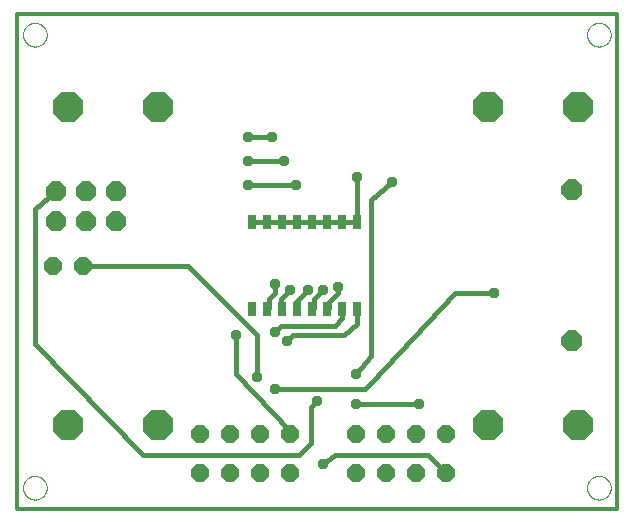
<source format=gbl>
G75*
%MOIN*%
%OFA0B0*%
%FSLAX25Y25*%
%IPPOS*%
%LPD*%
%AMOC8*
5,1,8,0,0,1.08239X$1,22.5*
%
%ADD10C,0.00000*%
%ADD11C,0.01200*%
%ADD12OC8,0.06000*%
%ADD13OC8,0.10050*%
%ADD14OC8,0.06600*%
%ADD15OC8,0.07000*%
%ADD16R,0.03000X0.05000*%
%ADD17C,0.01600*%
%ADD18OC8,0.03562*%
D10*
X0003863Y0008800D02*
X0003865Y0008925D01*
X0003871Y0009050D01*
X0003881Y0009174D01*
X0003895Y0009298D01*
X0003912Y0009422D01*
X0003934Y0009545D01*
X0003960Y0009667D01*
X0003989Y0009789D01*
X0004022Y0009909D01*
X0004060Y0010028D01*
X0004100Y0010147D01*
X0004145Y0010263D01*
X0004193Y0010378D01*
X0004245Y0010492D01*
X0004301Y0010604D01*
X0004360Y0010714D01*
X0004422Y0010822D01*
X0004488Y0010929D01*
X0004557Y0011033D01*
X0004630Y0011134D01*
X0004705Y0011234D01*
X0004784Y0011331D01*
X0004866Y0011425D01*
X0004951Y0011517D01*
X0005038Y0011606D01*
X0005129Y0011692D01*
X0005222Y0011775D01*
X0005318Y0011856D01*
X0005416Y0011933D01*
X0005516Y0012007D01*
X0005619Y0012078D01*
X0005724Y0012145D01*
X0005832Y0012210D01*
X0005941Y0012270D01*
X0006052Y0012328D01*
X0006165Y0012381D01*
X0006279Y0012431D01*
X0006395Y0012478D01*
X0006512Y0012520D01*
X0006631Y0012559D01*
X0006751Y0012595D01*
X0006872Y0012626D01*
X0006994Y0012654D01*
X0007116Y0012677D01*
X0007240Y0012697D01*
X0007364Y0012713D01*
X0007488Y0012725D01*
X0007613Y0012733D01*
X0007738Y0012737D01*
X0007862Y0012737D01*
X0007987Y0012733D01*
X0008112Y0012725D01*
X0008236Y0012713D01*
X0008360Y0012697D01*
X0008484Y0012677D01*
X0008606Y0012654D01*
X0008728Y0012626D01*
X0008849Y0012595D01*
X0008969Y0012559D01*
X0009088Y0012520D01*
X0009205Y0012478D01*
X0009321Y0012431D01*
X0009435Y0012381D01*
X0009548Y0012328D01*
X0009659Y0012270D01*
X0009769Y0012210D01*
X0009876Y0012145D01*
X0009981Y0012078D01*
X0010084Y0012007D01*
X0010184Y0011933D01*
X0010282Y0011856D01*
X0010378Y0011775D01*
X0010471Y0011692D01*
X0010562Y0011606D01*
X0010649Y0011517D01*
X0010734Y0011425D01*
X0010816Y0011331D01*
X0010895Y0011234D01*
X0010970Y0011134D01*
X0011043Y0011033D01*
X0011112Y0010929D01*
X0011178Y0010822D01*
X0011240Y0010714D01*
X0011299Y0010604D01*
X0011355Y0010492D01*
X0011407Y0010378D01*
X0011455Y0010263D01*
X0011500Y0010147D01*
X0011540Y0010028D01*
X0011578Y0009909D01*
X0011611Y0009789D01*
X0011640Y0009667D01*
X0011666Y0009545D01*
X0011688Y0009422D01*
X0011705Y0009298D01*
X0011719Y0009174D01*
X0011729Y0009050D01*
X0011735Y0008925D01*
X0011737Y0008800D01*
X0011735Y0008675D01*
X0011729Y0008550D01*
X0011719Y0008426D01*
X0011705Y0008302D01*
X0011688Y0008178D01*
X0011666Y0008055D01*
X0011640Y0007933D01*
X0011611Y0007811D01*
X0011578Y0007691D01*
X0011540Y0007572D01*
X0011500Y0007453D01*
X0011455Y0007337D01*
X0011407Y0007222D01*
X0011355Y0007108D01*
X0011299Y0006996D01*
X0011240Y0006886D01*
X0011178Y0006778D01*
X0011112Y0006671D01*
X0011043Y0006567D01*
X0010970Y0006466D01*
X0010895Y0006366D01*
X0010816Y0006269D01*
X0010734Y0006175D01*
X0010649Y0006083D01*
X0010562Y0005994D01*
X0010471Y0005908D01*
X0010378Y0005825D01*
X0010282Y0005744D01*
X0010184Y0005667D01*
X0010084Y0005593D01*
X0009981Y0005522D01*
X0009876Y0005455D01*
X0009768Y0005390D01*
X0009659Y0005330D01*
X0009548Y0005272D01*
X0009435Y0005219D01*
X0009321Y0005169D01*
X0009205Y0005122D01*
X0009088Y0005080D01*
X0008969Y0005041D01*
X0008849Y0005005D01*
X0008728Y0004974D01*
X0008606Y0004946D01*
X0008484Y0004923D01*
X0008360Y0004903D01*
X0008236Y0004887D01*
X0008112Y0004875D01*
X0007987Y0004867D01*
X0007862Y0004863D01*
X0007738Y0004863D01*
X0007613Y0004867D01*
X0007488Y0004875D01*
X0007364Y0004887D01*
X0007240Y0004903D01*
X0007116Y0004923D01*
X0006994Y0004946D01*
X0006872Y0004974D01*
X0006751Y0005005D01*
X0006631Y0005041D01*
X0006512Y0005080D01*
X0006395Y0005122D01*
X0006279Y0005169D01*
X0006165Y0005219D01*
X0006052Y0005272D01*
X0005941Y0005330D01*
X0005831Y0005390D01*
X0005724Y0005455D01*
X0005619Y0005522D01*
X0005516Y0005593D01*
X0005416Y0005667D01*
X0005318Y0005744D01*
X0005222Y0005825D01*
X0005129Y0005908D01*
X0005038Y0005994D01*
X0004951Y0006083D01*
X0004866Y0006175D01*
X0004784Y0006269D01*
X0004705Y0006366D01*
X0004630Y0006466D01*
X0004557Y0006567D01*
X0004488Y0006671D01*
X0004422Y0006778D01*
X0004360Y0006886D01*
X0004301Y0006996D01*
X0004245Y0007108D01*
X0004193Y0007222D01*
X0004145Y0007337D01*
X0004100Y0007453D01*
X0004060Y0007572D01*
X0004022Y0007691D01*
X0003989Y0007811D01*
X0003960Y0007933D01*
X0003934Y0008055D01*
X0003912Y0008178D01*
X0003895Y0008302D01*
X0003881Y0008426D01*
X0003871Y0008550D01*
X0003865Y0008675D01*
X0003863Y0008800D01*
X0003863Y0159800D02*
X0003865Y0159925D01*
X0003871Y0160050D01*
X0003881Y0160174D01*
X0003895Y0160298D01*
X0003912Y0160422D01*
X0003934Y0160545D01*
X0003960Y0160667D01*
X0003989Y0160789D01*
X0004022Y0160909D01*
X0004060Y0161028D01*
X0004100Y0161147D01*
X0004145Y0161263D01*
X0004193Y0161378D01*
X0004245Y0161492D01*
X0004301Y0161604D01*
X0004360Y0161714D01*
X0004422Y0161822D01*
X0004488Y0161929D01*
X0004557Y0162033D01*
X0004630Y0162134D01*
X0004705Y0162234D01*
X0004784Y0162331D01*
X0004866Y0162425D01*
X0004951Y0162517D01*
X0005038Y0162606D01*
X0005129Y0162692D01*
X0005222Y0162775D01*
X0005318Y0162856D01*
X0005416Y0162933D01*
X0005516Y0163007D01*
X0005619Y0163078D01*
X0005724Y0163145D01*
X0005832Y0163210D01*
X0005941Y0163270D01*
X0006052Y0163328D01*
X0006165Y0163381D01*
X0006279Y0163431D01*
X0006395Y0163478D01*
X0006512Y0163520D01*
X0006631Y0163559D01*
X0006751Y0163595D01*
X0006872Y0163626D01*
X0006994Y0163654D01*
X0007116Y0163677D01*
X0007240Y0163697D01*
X0007364Y0163713D01*
X0007488Y0163725D01*
X0007613Y0163733D01*
X0007738Y0163737D01*
X0007862Y0163737D01*
X0007987Y0163733D01*
X0008112Y0163725D01*
X0008236Y0163713D01*
X0008360Y0163697D01*
X0008484Y0163677D01*
X0008606Y0163654D01*
X0008728Y0163626D01*
X0008849Y0163595D01*
X0008969Y0163559D01*
X0009088Y0163520D01*
X0009205Y0163478D01*
X0009321Y0163431D01*
X0009435Y0163381D01*
X0009548Y0163328D01*
X0009659Y0163270D01*
X0009769Y0163210D01*
X0009876Y0163145D01*
X0009981Y0163078D01*
X0010084Y0163007D01*
X0010184Y0162933D01*
X0010282Y0162856D01*
X0010378Y0162775D01*
X0010471Y0162692D01*
X0010562Y0162606D01*
X0010649Y0162517D01*
X0010734Y0162425D01*
X0010816Y0162331D01*
X0010895Y0162234D01*
X0010970Y0162134D01*
X0011043Y0162033D01*
X0011112Y0161929D01*
X0011178Y0161822D01*
X0011240Y0161714D01*
X0011299Y0161604D01*
X0011355Y0161492D01*
X0011407Y0161378D01*
X0011455Y0161263D01*
X0011500Y0161147D01*
X0011540Y0161028D01*
X0011578Y0160909D01*
X0011611Y0160789D01*
X0011640Y0160667D01*
X0011666Y0160545D01*
X0011688Y0160422D01*
X0011705Y0160298D01*
X0011719Y0160174D01*
X0011729Y0160050D01*
X0011735Y0159925D01*
X0011737Y0159800D01*
X0011735Y0159675D01*
X0011729Y0159550D01*
X0011719Y0159426D01*
X0011705Y0159302D01*
X0011688Y0159178D01*
X0011666Y0159055D01*
X0011640Y0158933D01*
X0011611Y0158811D01*
X0011578Y0158691D01*
X0011540Y0158572D01*
X0011500Y0158453D01*
X0011455Y0158337D01*
X0011407Y0158222D01*
X0011355Y0158108D01*
X0011299Y0157996D01*
X0011240Y0157886D01*
X0011178Y0157778D01*
X0011112Y0157671D01*
X0011043Y0157567D01*
X0010970Y0157466D01*
X0010895Y0157366D01*
X0010816Y0157269D01*
X0010734Y0157175D01*
X0010649Y0157083D01*
X0010562Y0156994D01*
X0010471Y0156908D01*
X0010378Y0156825D01*
X0010282Y0156744D01*
X0010184Y0156667D01*
X0010084Y0156593D01*
X0009981Y0156522D01*
X0009876Y0156455D01*
X0009768Y0156390D01*
X0009659Y0156330D01*
X0009548Y0156272D01*
X0009435Y0156219D01*
X0009321Y0156169D01*
X0009205Y0156122D01*
X0009088Y0156080D01*
X0008969Y0156041D01*
X0008849Y0156005D01*
X0008728Y0155974D01*
X0008606Y0155946D01*
X0008484Y0155923D01*
X0008360Y0155903D01*
X0008236Y0155887D01*
X0008112Y0155875D01*
X0007987Y0155867D01*
X0007862Y0155863D01*
X0007738Y0155863D01*
X0007613Y0155867D01*
X0007488Y0155875D01*
X0007364Y0155887D01*
X0007240Y0155903D01*
X0007116Y0155923D01*
X0006994Y0155946D01*
X0006872Y0155974D01*
X0006751Y0156005D01*
X0006631Y0156041D01*
X0006512Y0156080D01*
X0006395Y0156122D01*
X0006279Y0156169D01*
X0006165Y0156219D01*
X0006052Y0156272D01*
X0005941Y0156330D01*
X0005831Y0156390D01*
X0005724Y0156455D01*
X0005619Y0156522D01*
X0005516Y0156593D01*
X0005416Y0156667D01*
X0005318Y0156744D01*
X0005222Y0156825D01*
X0005129Y0156908D01*
X0005038Y0156994D01*
X0004951Y0157083D01*
X0004866Y0157175D01*
X0004784Y0157269D01*
X0004705Y0157366D01*
X0004630Y0157466D01*
X0004557Y0157567D01*
X0004488Y0157671D01*
X0004422Y0157778D01*
X0004360Y0157886D01*
X0004301Y0157996D01*
X0004245Y0158108D01*
X0004193Y0158222D01*
X0004145Y0158337D01*
X0004100Y0158453D01*
X0004060Y0158572D01*
X0004022Y0158691D01*
X0003989Y0158811D01*
X0003960Y0158933D01*
X0003934Y0159055D01*
X0003912Y0159178D01*
X0003895Y0159302D01*
X0003881Y0159426D01*
X0003871Y0159550D01*
X0003865Y0159675D01*
X0003863Y0159800D01*
X0191863Y0159800D02*
X0191865Y0159925D01*
X0191871Y0160050D01*
X0191881Y0160174D01*
X0191895Y0160298D01*
X0191912Y0160422D01*
X0191934Y0160545D01*
X0191960Y0160667D01*
X0191989Y0160789D01*
X0192022Y0160909D01*
X0192060Y0161028D01*
X0192100Y0161147D01*
X0192145Y0161263D01*
X0192193Y0161378D01*
X0192245Y0161492D01*
X0192301Y0161604D01*
X0192360Y0161714D01*
X0192422Y0161822D01*
X0192488Y0161929D01*
X0192557Y0162033D01*
X0192630Y0162134D01*
X0192705Y0162234D01*
X0192784Y0162331D01*
X0192866Y0162425D01*
X0192951Y0162517D01*
X0193038Y0162606D01*
X0193129Y0162692D01*
X0193222Y0162775D01*
X0193318Y0162856D01*
X0193416Y0162933D01*
X0193516Y0163007D01*
X0193619Y0163078D01*
X0193724Y0163145D01*
X0193832Y0163210D01*
X0193941Y0163270D01*
X0194052Y0163328D01*
X0194165Y0163381D01*
X0194279Y0163431D01*
X0194395Y0163478D01*
X0194512Y0163520D01*
X0194631Y0163559D01*
X0194751Y0163595D01*
X0194872Y0163626D01*
X0194994Y0163654D01*
X0195116Y0163677D01*
X0195240Y0163697D01*
X0195364Y0163713D01*
X0195488Y0163725D01*
X0195613Y0163733D01*
X0195738Y0163737D01*
X0195862Y0163737D01*
X0195987Y0163733D01*
X0196112Y0163725D01*
X0196236Y0163713D01*
X0196360Y0163697D01*
X0196484Y0163677D01*
X0196606Y0163654D01*
X0196728Y0163626D01*
X0196849Y0163595D01*
X0196969Y0163559D01*
X0197088Y0163520D01*
X0197205Y0163478D01*
X0197321Y0163431D01*
X0197435Y0163381D01*
X0197548Y0163328D01*
X0197659Y0163270D01*
X0197769Y0163210D01*
X0197876Y0163145D01*
X0197981Y0163078D01*
X0198084Y0163007D01*
X0198184Y0162933D01*
X0198282Y0162856D01*
X0198378Y0162775D01*
X0198471Y0162692D01*
X0198562Y0162606D01*
X0198649Y0162517D01*
X0198734Y0162425D01*
X0198816Y0162331D01*
X0198895Y0162234D01*
X0198970Y0162134D01*
X0199043Y0162033D01*
X0199112Y0161929D01*
X0199178Y0161822D01*
X0199240Y0161714D01*
X0199299Y0161604D01*
X0199355Y0161492D01*
X0199407Y0161378D01*
X0199455Y0161263D01*
X0199500Y0161147D01*
X0199540Y0161028D01*
X0199578Y0160909D01*
X0199611Y0160789D01*
X0199640Y0160667D01*
X0199666Y0160545D01*
X0199688Y0160422D01*
X0199705Y0160298D01*
X0199719Y0160174D01*
X0199729Y0160050D01*
X0199735Y0159925D01*
X0199737Y0159800D01*
X0199735Y0159675D01*
X0199729Y0159550D01*
X0199719Y0159426D01*
X0199705Y0159302D01*
X0199688Y0159178D01*
X0199666Y0159055D01*
X0199640Y0158933D01*
X0199611Y0158811D01*
X0199578Y0158691D01*
X0199540Y0158572D01*
X0199500Y0158453D01*
X0199455Y0158337D01*
X0199407Y0158222D01*
X0199355Y0158108D01*
X0199299Y0157996D01*
X0199240Y0157886D01*
X0199178Y0157778D01*
X0199112Y0157671D01*
X0199043Y0157567D01*
X0198970Y0157466D01*
X0198895Y0157366D01*
X0198816Y0157269D01*
X0198734Y0157175D01*
X0198649Y0157083D01*
X0198562Y0156994D01*
X0198471Y0156908D01*
X0198378Y0156825D01*
X0198282Y0156744D01*
X0198184Y0156667D01*
X0198084Y0156593D01*
X0197981Y0156522D01*
X0197876Y0156455D01*
X0197768Y0156390D01*
X0197659Y0156330D01*
X0197548Y0156272D01*
X0197435Y0156219D01*
X0197321Y0156169D01*
X0197205Y0156122D01*
X0197088Y0156080D01*
X0196969Y0156041D01*
X0196849Y0156005D01*
X0196728Y0155974D01*
X0196606Y0155946D01*
X0196484Y0155923D01*
X0196360Y0155903D01*
X0196236Y0155887D01*
X0196112Y0155875D01*
X0195987Y0155867D01*
X0195862Y0155863D01*
X0195738Y0155863D01*
X0195613Y0155867D01*
X0195488Y0155875D01*
X0195364Y0155887D01*
X0195240Y0155903D01*
X0195116Y0155923D01*
X0194994Y0155946D01*
X0194872Y0155974D01*
X0194751Y0156005D01*
X0194631Y0156041D01*
X0194512Y0156080D01*
X0194395Y0156122D01*
X0194279Y0156169D01*
X0194165Y0156219D01*
X0194052Y0156272D01*
X0193941Y0156330D01*
X0193831Y0156390D01*
X0193724Y0156455D01*
X0193619Y0156522D01*
X0193516Y0156593D01*
X0193416Y0156667D01*
X0193318Y0156744D01*
X0193222Y0156825D01*
X0193129Y0156908D01*
X0193038Y0156994D01*
X0192951Y0157083D01*
X0192866Y0157175D01*
X0192784Y0157269D01*
X0192705Y0157366D01*
X0192630Y0157466D01*
X0192557Y0157567D01*
X0192488Y0157671D01*
X0192422Y0157778D01*
X0192360Y0157886D01*
X0192301Y0157996D01*
X0192245Y0158108D01*
X0192193Y0158222D01*
X0192145Y0158337D01*
X0192100Y0158453D01*
X0192060Y0158572D01*
X0192022Y0158691D01*
X0191989Y0158811D01*
X0191960Y0158933D01*
X0191934Y0159055D01*
X0191912Y0159178D01*
X0191895Y0159302D01*
X0191881Y0159426D01*
X0191871Y0159550D01*
X0191865Y0159675D01*
X0191863Y0159800D01*
X0191863Y0008800D02*
X0191865Y0008925D01*
X0191871Y0009050D01*
X0191881Y0009174D01*
X0191895Y0009298D01*
X0191912Y0009422D01*
X0191934Y0009545D01*
X0191960Y0009667D01*
X0191989Y0009789D01*
X0192022Y0009909D01*
X0192060Y0010028D01*
X0192100Y0010147D01*
X0192145Y0010263D01*
X0192193Y0010378D01*
X0192245Y0010492D01*
X0192301Y0010604D01*
X0192360Y0010714D01*
X0192422Y0010822D01*
X0192488Y0010929D01*
X0192557Y0011033D01*
X0192630Y0011134D01*
X0192705Y0011234D01*
X0192784Y0011331D01*
X0192866Y0011425D01*
X0192951Y0011517D01*
X0193038Y0011606D01*
X0193129Y0011692D01*
X0193222Y0011775D01*
X0193318Y0011856D01*
X0193416Y0011933D01*
X0193516Y0012007D01*
X0193619Y0012078D01*
X0193724Y0012145D01*
X0193832Y0012210D01*
X0193941Y0012270D01*
X0194052Y0012328D01*
X0194165Y0012381D01*
X0194279Y0012431D01*
X0194395Y0012478D01*
X0194512Y0012520D01*
X0194631Y0012559D01*
X0194751Y0012595D01*
X0194872Y0012626D01*
X0194994Y0012654D01*
X0195116Y0012677D01*
X0195240Y0012697D01*
X0195364Y0012713D01*
X0195488Y0012725D01*
X0195613Y0012733D01*
X0195738Y0012737D01*
X0195862Y0012737D01*
X0195987Y0012733D01*
X0196112Y0012725D01*
X0196236Y0012713D01*
X0196360Y0012697D01*
X0196484Y0012677D01*
X0196606Y0012654D01*
X0196728Y0012626D01*
X0196849Y0012595D01*
X0196969Y0012559D01*
X0197088Y0012520D01*
X0197205Y0012478D01*
X0197321Y0012431D01*
X0197435Y0012381D01*
X0197548Y0012328D01*
X0197659Y0012270D01*
X0197769Y0012210D01*
X0197876Y0012145D01*
X0197981Y0012078D01*
X0198084Y0012007D01*
X0198184Y0011933D01*
X0198282Y0011856D01*
X0198378Y0011775D01*
X0198471Y0011692D01*
X0198562Y0011606D01*
X0198649Y0011517D01*
X0198734Y0011425D01*
X0198816Y0011331D01*
X0198895Y0011234D01*
X0198970Y0011134D01*
X0199043Y0011033D01*
X0199112Y0010929D01*
X0199178Y0010822D01*
X0199240Y0010714D01*
X0199299Y0010604D01*
X0199355Y0010492D01*
X0199407Y0010378D01*
X0199455Y0010263D01*
X0199500Y0010147D01*
X0199540Y0010028D01*
X0199578Y0009909D01*
X0199611Y0009789D01*
X0199640Y0009667D01*
X0199666Y0009545D01*
X0199688Y0009422D01*
X0199705Y0009298D01*
X0199719Y0009174D01*
X0199729Y0009050D01*
X0199735Y0008925D01*
X0199737Y0008800D01*
X0199735Y0008675D01*
X0199729Y0008550D01*
X0199719Y0008426D01*
X0199705Y0008302D01*
X0199688Y0008178D01*
X0199666Y0008055D01*
X0199640Y0007933D01*
X0199611Y0007811D01*
X0199578Y0007691D01*
X0199540Y0007572D01*
X0199500Y0007453D01*
X0199455Y0007337D01*
X0199407Y0007222D01*
X0199355Y0007108D01*
X0199299Y0006996D01*
X0199240Y0006886D01*
X0199178Y0006778D01*
X0199112Y0006671D01*
X0199043Y0006567D01*
X0198970Y0006466D01*
X0198895Y0006366D01*
X0198816Y0006269D01*
X0198734Y0006175D01*
X0198649Y0006083D01*
X0198562Y0005994D01*
X0198471Y0005908D01*
X0198378Y0005825D01*
X0198282Y0005744D01*
X0198184Y0005667D01*
X0198084Y0005593D01*
X0197981Y0005522D01*
X0197876Y0005455D01*
X0197768Y0005390D01*
X0197659Y0005330D01*
X0197548Y0005272D01*
X0197435Y0005219D01*
X0197321Y0005169D01*
X0197205Y0005122D01*
X0197088Y0005080D01*
X0196969Y0005041D01*
X0196849Y0005005D01*
X0196728Y0004974D01*
X0196606Y0004946D01*
X0196484Y0004923D01*
X0196360Y0004903D01*
X0196236Y0004887D01*
X0196112Y0004875D01*
X0195987Y0004867D01*
X0195862Y0004863D01*
X0195738Y0004863D01*
X0195613Y0004867D01*
X0195488Y0004875D01*
X0195364Y0004887D01*
X0195240Y0004903D01*
X0195116Y0004923D01*
X0194994Y0004946D01*
X0194872Y0004974D01*
X0194751Y0005005D01*
X0194631Y0005041D01*
X0194512Y0005080D01*
X0194395Y0005122D01*
X0194279Y0005169D01*
X0194165Y0005219D01*
X0194052Y0005272D01*
X0193941Y0005330D01*
X0193831Y0005390D01*
X0193724Y0005455D01*
X0193619Y0005522D01*
X0193516Y0005593D01*
X0193416Y0005667D01*
X0193318Y0005744D01*
X0193222Y0005825D01*
X0193129Y0005908D01*
X0193038Y0005994D01*
X0192951Y0006083D01*
X0192866Y0006175D01*
X0192784Y0006269D01*
X0192705Y0006366D01*
X0192630Y0006466D01*
X0192557Y0006567D01*
X0192488Y0006671D01*
X0192422Y0006778D01*
X0192360Y0006886D01*
X0192301Y0006996D01*
X0192245Y0007108D01*
X0192193Y0007222D01*
X0192145Y0007337D01*
X0192100Y0007453D01*
X0192060Y0007572D01*
X0192022Y0007691D01*
X0191989Y0007811D01*
X0191960Y0007933D01*
X0191934Y0008055D01*
X0191912Y0008178D01*
X0191895Y0008302D01*
X0191881Y0008426D01*
X0191871Y0008550D01*
X0191865Y0008675D01*
X0191863Y0008800D01*
D11*
X0001800Y0001800D02*
X0001800Y0166800D01*
X0201800Y0166800D01*
X0201800Y0001800D01*
X0001800Y0001800D01*
X0085300Y0068233D02*
X0085800Y0068733D01*
X0089800Y0068733D02*
X0090300Y0068233D01*
X0094800Y0068733D02*
X0095300Y0068233D01*
X0100300Y0068233D02*
X0100800Y0068733D01*
X0105300Y0068233D02*
X0105800Y0068733D01*
D12*
X0114800Y0026800D03*
X0124800Y0026800D03*
X0134800Y0026800D03*
X0144800Y0026800D03*
X0144800Y0013800D03*
X0134800Y0013800D03*
X0124800Y0013800D03*
X0114800Y0013800D03*
X0092800Y0013800D03*
X0082800Y0013800D03*
X0072800Y0013800D03*
X0062800Y0013800D03*
X0062800Y0026800D03*
X0072800Y0026800D03*
X0082800Y0026800D03*
X0092800Y0026800D03*
X0023800Y0082800D03*
X0013800Y0082800D03*
D13*
X0018800Y0135800D03*
X0048800Y0135800D03*
X0158800Y0135800D03*
X0188800Y0135800D03*
X0188800Y0029800D03*
X0158800Y0029800D03*
X0048800Y0029800D03*
X0018800Y0029800D03*
D14*
X0014800Y0097800D03*
X0014800Y0107800D03*
X0024800Y0107800D03*
X0024800Y0097800D03*
X0034800Y0097800D03*
X0034800Y0107800D03*
D15*
X0186800Y0107997D03*
X0186800Y0057603D03*
D16*
X0115300Y0068233D03*
X0110300Y0068233D03*
X0105300Y0068233D03*
X0100300Y0068233D03*
X0095300Y0068233D03*
X0090300Y0068233D03*
X0085300Y0068233D03*
X0080300Y0068233D03*
X0080300Y0097367D03*
X0085300Y0097367D03*
X0090300Y0097367D03*
X0095300Y0097367D03*
X0100300Y0097367D03*
X0105300Y0097367D03*
X0110300Y0097367D03*
X0115300Y0097367D03*
D17*
X0115300Y0112300D01*
X0119800Y0104800D02*
X0126800Y0110800D01*
X0119800Y0104800D02*
X0119800Y0052800D01*
X0114800Y0046800D01*
X0117800Y0041800D02*
X0119800Y0043800D01*
X0147800Y0073800D01*
X0160800Y0073800D01*
X0117800Y0041800D02*
X0087800Y0041800D01*
X0081800Y0045800D02*
X0081800Y0059800D01*
X0058800Y0082800D01*
X0023800Y0082800D01*
X0007800Y0101800D02*
X0014800Y0107800D01*
X0007800Y0101800D02*
X0007800Y0056800D01*
X0043800Y0019800D01*
X0095800Y0019800D01*
X0099800Y0023800D01*
X0099800Y0035800D01*
X0101800Y0037800D01*
X0114800Y0036800D02*
X0135800Y0036800D01*
X0138800Y0019800D02*
X0107800Y0019800D01*
X0103800Y0016800D01*
X0092800Y0026800D02*
X0092800Y0027800D01*
X0074800Y0046800D01*
X0074800Y0059800D01*
X0085800Y0068733D02*
X0085800Y0071800D01*
X0087800Y0073800D01*
X0087800Y0076800D01*
X0092800Y0074800D02*
X0089800Y0071800D01*
X0089800Y0068733D01*
X0094800Y0068733D02*
X0094800Y0070800D01*
X0098800Y0074800D01*
X0100800Y0071800D02*
X0103800Y0074800D01*
X0100800Y0071800D02*
X0100800Y0068733D01*
X0105800Y0068733D02*
X0105800Y0070800D01*
X0108800Y0073800D01*
X0108800Y0075800D01*
X0110300Y0068233D02*
X0110300Y0065300D01*
X0107800Y0062800D01*
X0089800Y0062800D01*
X0087800Y0060800D01*
X0091800Y0057800D02*
X0093800Y0059800D01*
X0110800Y0059800D01*
X0115300Y0063300D01*
X0115300Y0068233D01*
X0115300Y0097367D02*
X0110300Y0097367D01*
X0105300Y0097367D01*
X0100300Y0097367D01*
X0095300Y0097367D01*
X0090300Y0097367D01*
X0085300Y0097367D01*
X0080300Y0097367D01*
X0078800Y0109800D02*
X0094800Y0109800D01*
X0090800Y0117800D02*
X0078800Y0117800D01*
X0078800Y0125800D02*
X0086800Y0125800D01*
X0138800Y0019800D02*
X0144800Y0013800D01*
D18*
X0135800Y0036800D03*
X0114800Y0036800D03*
X0114800Y0046800D03*
X0101800Y0037800D03*
X0087800Y0041800D03*
X0081800Y0045800D03*
X0091800Y0057800D03*
X0087800Y0060800D03*
X0074800Y0059800D03*
X0092800Y0074800D03*
X0087800Y0076800D03*
X0098800Y0074800D03*
X0103800Y0074800D03*
X0108800Y0075800D03*
X0094800Y0109800D03*
X0090800Y0117800D03*
X0086800Y0125800D03*
X0078800Y0125800D03*
X0078800Y0117800D03*
X0078800Y0109800D03*
X0115300Y0112300D03*
X0126800Y0110800D03*
X0160800Y0073800D03*
X0103800Y0016800D03*
M02*

</source>
